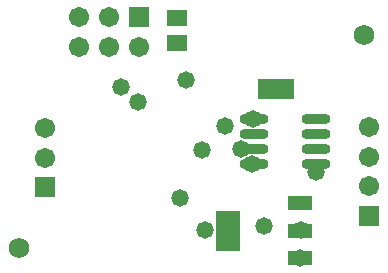
<source format=gbs>
G04*
G04 #@! TF.GenerationSoftware,Altium Limited,Altium Designer,20.0.11 (256)*
G04*
G04 Layer_Color=16711935*
%FSLAX43Y43*%
%MOMM*%
G71*
G01*
G75*
%ADD26R,1.503X1.653*%
%ADD27C,1.727*%
%ADD28C,1.703*%
%ADD29R,1.703X1.703*%
%ADD30R,1.703X1.703*%
%ADD31C,1.473*%
%ADD45R,1.703X1.453*%
%ADD46O,2.453X0.903*%
%ADD47R,2.103X3.453*%
%ADD48R,2.103X1.153*%
D26*
X26708Y17018D02*
D03*
X25108D02*
D03*
D27*
X33401Y21590D02*
D03*
X4191Y3556D02*
D03*
D28*
X9233Y20574D02*
D03*
Y23114D02*
D03*
X11773Y20574D02*
D03*
Y23114D02*
D03*
X14313Y20574D02*
D03*
X6350Y13676D02*
D03*
Y11176D02*
D03*
X33782Y8763D02*
D03*
Y11263D02*
D03*
Y13763D02*
D03*
D29*
X14313Y23114D02*
D03*
D30*
X6350Y8676D02*
D03*
X33782Y6263D02*
D03*
D31*
X29337Y9995D02*
D03*
X19939Y5080D02*
D03*
X17780Y7747D02*
D03*
X21590Y13843D02*
D03*
X22987Y11938D02*
D03*
X12827Y17145D02*
D03*
X14224Y15875D02*
D03*
X24003Y14478D02*
D03*
X23876Y10668D02*
D03*
X18288Y17780D02*
D03*
X19685Y11811D02*
D03*
X27942Y2700D02*
D03*
X28067Y5080D02*
D03*
X24892Y5414D02*
D03*
X21755Y4953D02*
D03*
D45*
X17526Y20921D02*
D03*
Y23021D02*
D03*
D46*
X29270Y14478D02*
D03*
Y13208D02*
D03*
Y11938D02*
D03*
Y10668D02*
D03*
X24070Y14478D02*
D03*
Y13208D02*
D03*
Y11938D02*
D03*
Y10668D02*
D03*
D47*
X21842Y5000D02*
D03*
D48*
X27942Y7300D02*
D03*
Y2700D02*
D03*
Y5000D02*
D03*
M02*

</source>
